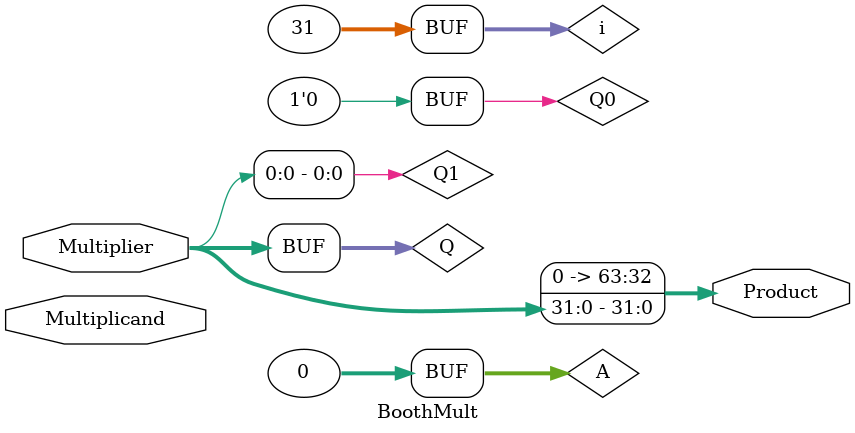
<source format=v>
module BoothMult #(parameter N = 32) (Multiplicand,Multiplier,Product);
input signed [N-1:0] Multiplicand,Multiplier; //33 bits, [31:0] 32 for number and [32] 1 bit for sign
output reg signed [2*N-1:0] Product; //65 bits, [63:0] 64 for number and [64] 1 bit for sign

reg [N-1:0] Q;
reg [N-1:0] A = 0;
wire Q1;
assign Q1 = Q[0];
reg Q0 = 0;
reg [N-1:0] temp;

integer i;

always @ (Multiplicand,Multiplier)
begin
    Q = Multiplier;
    for(i = N-1 ; i < 1 ; i = i-1)
    begin
        case ({Q1,Q0}) 
            2'b01: A = A + Multiplicand;
            2'b10: A = A - Multiplicand;
            default: begin end
        endcase
	temp = {A,Q,Q0};
        temp = temp >> 1;
        temp[N-1]=temp[N-2];
	{A,Q,Q0} = temp;
    end
    Product = {A,Q};
end


endmodule
</source>
